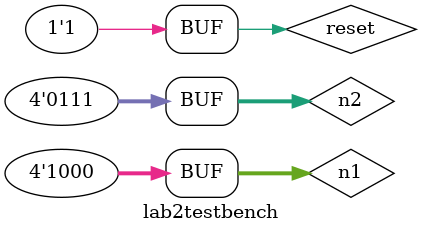
<source format=sv>


`timescale 1ns/1ns

module lab2testbench();
    logic reset, d1, d2;
    logic [3:0] n1, n2;
    logic [4:0] sum;
    logic [6:0] seg;
	
    // Instantiate the DUT
    lab2_ja dut(.reset(reset), .n1(n1), .n2(n2),
        .d1(d1), .d2(d2), .sum(sum), .seg(seg)
    );

	initial begin
        reset = 0; #20; reset = 1; #5;

        #5; n1 = 'd3;	n2 = 'd14;	//00011 (3),01110 (E),10001
        #5; n1 = 'd7;	n2 = 'd10;	//00111 (7),01010 (A),10001
        #5; n1 = 'd12;	n2 = 'd9;	//01100 (C),01001 (9),10101
        #5; n1 = 'd6;	n2 = 'd4;	//00110 (6),00100 (4),01010
        #5; n1 = 'd0;	n2 = 'd15;	//00000 (0),01111 (F),01111
        #5; n1 = 'd8;	n2 = 'd7;	//01000 (8),00111 (7),01111
    end

endmodule
</source>
